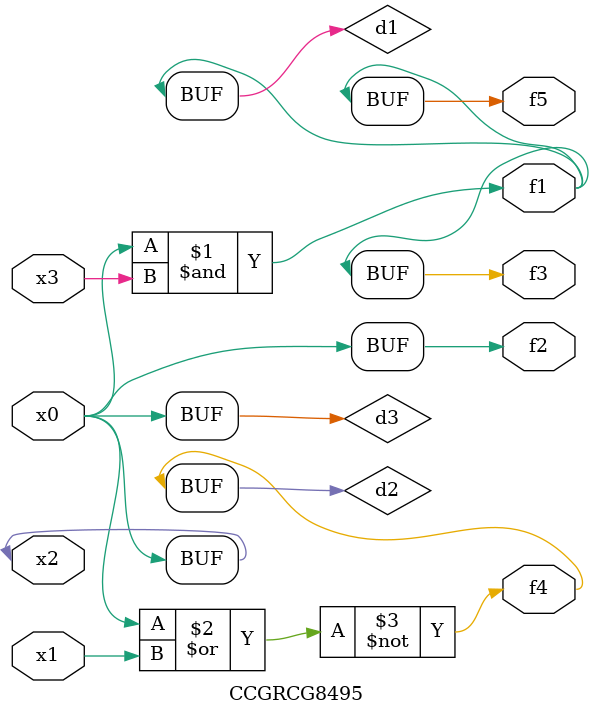
<source format=v>
module CCGRCG8495(
	input x0, x1, x2, x3,
	output f1, f2, f3, f4, f5
);

	wire d1, d2, d3;

	and (d1, x2, x3);
	nor (d2, x0, x1);
	buf (d3, x0, x2);
	assign f1 = d1;
	assign f2 = d3;
	assign f3 = d1;
	assign f4 = d2;
	assign f5 = d1;
endmodule

</source>
